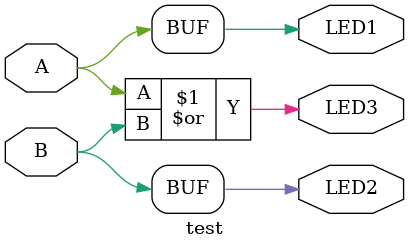
<source format=v>
module test(
    input A,
    input B,
    output LED1,
    output LED2,
    output LED3
);


assign LED1 = A;
assign LED2 = B;
assign LED3 = A | B;

/*
buf(LED1, A);
buf(LED2, B);
and(LED3, A, B);
*/

endmodule
</source>
